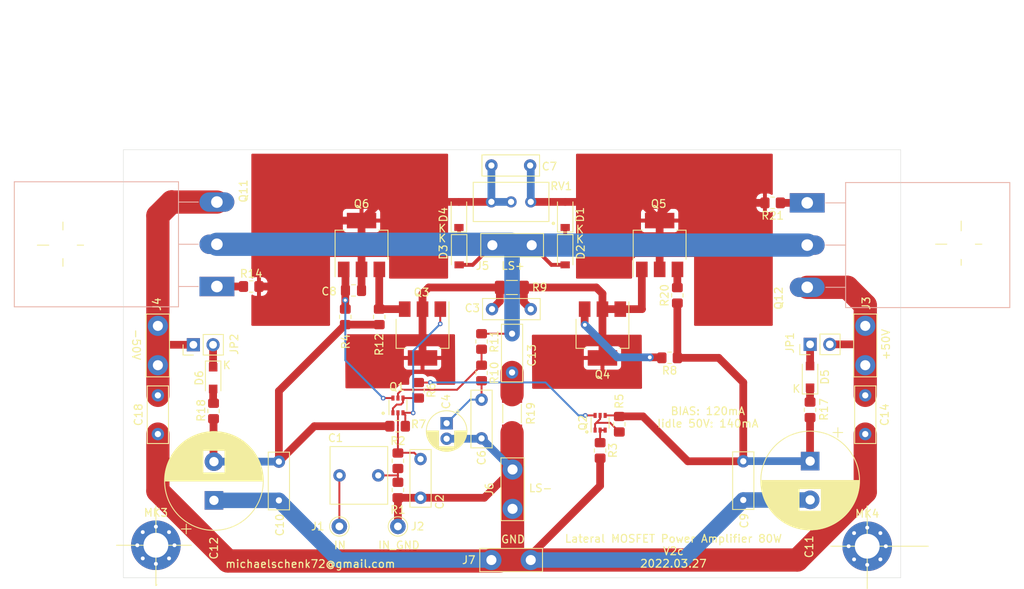
<source format=kicad_pcb>
(kicad_pcb (version 20211014) (generator pcbnew)
  (layers (0 "F.Cu" signal) (31 "B.Cu" signal) (34 "B.Paste" user) (35 "F.Paste" user) (36 "B.SilkS" user "B.Silkscreen") (37 "F.SilkS" user "F.Silkscreen") (38 "B.Mask" user) (39 "F.Mask" user) (44 "Edge.Cuts" user))
  (net 0 "")
  (net 1 "Net-(C1-Pad1)")
  (net 2 "GND")
  (net 3 "Net-(C2-Pad1)")
  (net 4 "Net-(C3-Pad1)")
  (net 5 "Net-(C3-Pad2)")
  (net 6 "Net-(C4-Pad1)")
  (net 7 "Net-(Q1-Pad5)")
  (net 8 "Net-(C13-Pad1)")
  (net 9 "Net-(C7-Pad2)")
  (net 10 "Net-(C7-Pad1)")
  (net 11 "Net-(C8-Pad1)")
  (net 12 "Net-(C11-Pad1)")
  (net 13 "Net-(C10-Pad2)")
  (net 14 "Net-(C13-Pad2)")
  (net 15 "Net-(C1-Pad2)")
  (net 16 "Net-(D1-Pad1)")
  (net 17 "Net-(D3-Pad1)")
  (net 18 "Net-(D5-Pad2)")
  (net 19 "Net-(D5-Pad1)")
  (net 20 "Net-(D6-Pad2)")
  (net 21 "Net-(D6-Pad1)")
  (net 22 "Net-(Q1-Pad3)")
  (net 23 "Net-(Q11-Pad1)")
  (net 24 "Net-(C14-Pad1)")
  (net 25 "Net-(C18-Pad2)")
  (net 26 "Net-(Q1-Pad1)")
  (net 27 "Net-(Q2-Pad6)")
  (net 28 "Net-(Q3-Pad3)")
  (net 29 "Net-(Q4-Pad3)")
  (net 30 "Net-(Q5-Pad3)")
  (net 31 "Net-(Q2-Pad2)")
  (net 32 "Net-(Q2-Pad1)")
  (net 33 "Net-(Q12-Pad1)")
  (footprint "Resistor_SMD:R_0805_2012Metric_Pad1.20x1.40mm_HandSolder" (layer "F.Cu") (at 180.721 63.373 90)
    (fp_text reference "R20" (at 0 -1.65 90) (layer "F.SilkS"))
    (fp_text value "100R")
    (pad "1" smd roundrect locked (at -1 0 90) (size 1.2 1.4) (layers "F.Cu" "F.Paste" "F.Mask") (roundrect_rratio 0.2083325) (net 12 "Net-(C11-Pad1)"))
    (pad "2" smd roundrect locked (at 1 0 90) (size 1.2 1.4) (layers "F.Cu" "F.Paste" "F.Mask") (roundrect_rratio 0.2083325) (net 30 "Net-(Q5-Pad3)"))
  )
  (footprint "Capacitor_THT:C_Rect_L7.2mm_W7.2mm_P5.00mm_FKS2_FKP2_MKS2_MKP2" (layer "F.Cu") (at 142.113 86.614 180)
    (fp_text reference "C1" (at 5.508 4.826) (layer "F.SilkS"))
    (fp_text value "3.3uF")
    (pad "1" thru_hole circle locked (at 0 0 180) (size 1.6 1.6) (drill 0.8) (layers *.Cu *.Mask) (net 1 "Net-(C1-Pad1)"))
    (pad "2" thru_hole circle locked (at 5 0 180) (size 1.6 1.6) (drill 0.8) (layers *.Cu *.Mask) (net 15 "Net-(C1-Pad2)"))
  )
  (footprint "Capacitor_THT:C_Rect_L7.2mm_W2.5mm_P5.00mm_FKS2_FKP2_MKS2_MKP2" (layer "F.Cu") (at 147.571 84.5005 -90)
    (fp_text reference "C2" (at 5.5245 -2.4765 90) (layer "F.SilkS"))
    (fp_text value "1n")
    (pad "1" thru_hole circle locked (at 0 0 270) (size 1.6 1.6) (drill 0.8) (layers *.Cu *.Mask) (net 3 "Net-(C2-Pad1)"))
    (pad "2" thru_hole circle locked (at 5 0 270) (size 1.6 1.6) (drill 0.8) (layers *.Cu *.Mask) (net 2 "GND"))
  )
  (footprint "Capacitor_THT:C_Rect_L7.2mm_W2.5mm_P5.00mm_FKS2_FKP2_MKS2_MKP2" (layer "F.Cu") (at 161.798 65.151 180)
    (fp_text reference "C3" (at 7.54 0.127) (layer "F.SilkS"))
    (fp_text value "10n")
    (pad "1" thru_hole circle locked (at 0 0 180) (size 1.6 1.6) (drill 0.8) (layers *.Cu *.Mask) (net 4 "Net-(C3-Pad1)"))
    (pad "2" thru_hole circle locked (at 5 0 180) (size 1.6 1.6) (drill 0.8) (layers *.Cu *.Mask) (net 5 "Net-(C3-Pad2)"))
  )
  (footprint "Capacitor_THT:CP_Radial_D5.0mm_P2.00mm" (layer "F.Cu") (at 150.9395 79.883 -90)
    (fp_text reference "C4" (at -2.794 0.0635 90) (layer "F.SilkS"))
    (fp_text value "47u/16V")
    (pad "1" thru_hole rect locked (at 0 0 270) (size 1.6 1.6) (drill 0.8) (layers *.Cu *.Mask) (net 6 "Net-(C4-Pad1)"))
    (pad "2" thru_hole circle locked (at 2 0 270) (size 1.6 1.6) (drill 0.8) (layers *.Cu *.Mask) (net 2 "GND"))
  )
  (footprint "Capacitor_THT:C_Rect_L7.2mm_W2.5mm_P5.00mm_FKS2_FKP2_MKS2_MKP2" (layer "F.Cu") (at 155.448 76.835 -90)
    (fp_text reference "C6" (at 7.493 0 90) (layer "F.SilkS"))
    (fp_text value "100n")
    (pad "1" thru_hole circle locked (at 0 0 270) (size 1.6 1.6) (drill 0.8) (layers *.Cu *.Mask) (net 6 "Net-(C4-Pad1)"))
    (pad "2" thru_hole circle locked (at 5 0 270) (size 1.6 1.6) (drill 0.8) (layers *.Cu *.Mask) (net 2 "GND"))
  )
  (footprint "Capacitor_SMD:C_0805_2012Metric_Pad1.18x1.45mm_HandSolder" (layer "F.Cu") (at 138.9165 62.738)
    (fp_text reference "C8" (at -3.1535 0.127) (layer "F.SilkS"))
    (fp_text value "18p")
    (pad "1" smd roundrect locked (at -1.0375 0) (size 1.175 1.45) (layers "F.Cu" "F.Paste" "F.Mask") (roundrect_rratio 0.2127659574) (net 11 "Net-(C8-Pad1)"))
    (pad "2" smd roundrect locked (at 1.0375 0) (size 1.175 1.45) (layers "F.Cu" "F.Paste" "F.Mask") (roundrect_rratio 0.2127659574) (net 10 "Net-(C7-Pad1)"))
  )
  (footprint "Capacitor_THT:C_Rect_L7.2mm_W2.5mm_P5.00mm_FKS2_FKP2_MKS2_MKP2" (layer "F.Cu") (at 189.23 84.789 -90)
    (fp_text reference "C9" (at 7.6835 -0.127 90) (layer "F.SilkS"))
    (fp_text value "100n")
    (pad "1" thru_hole circle locked (at 0 0 270) (size 1.6 1.6) (drill 0.8) (layers *.Cu *.Mask) (net 12 "Net-(C11-Pad1)"))
    (pad "2" thru_hole circle locked (at 5 0 270) (size 1.6 1.6) (drill 0.8) (layers *.Cu *.Mask) (net 2 "GND"))
  )
  (footprint "Capacitor_THT:CP_Radial_D12.5mm_P5.00mm" (layer "F.Cu") (at 197.866 84.7725 -90)
    (fp_text reference "C11" (at 11.049 0.127 90) (layer "F.SilkS"))
    (fp_text value "220u/100V")
    (pad "1" thru_hole rect locked (at 0 0 270) (size 2.4 2.4) (drill 1.2) (layers *.Cu *.Mask) (net 12 "Net-(C11-Pad1)"))
    (pad "2" thru_hole circle locked (at 5 0 270) (size 2.4 2.4) (drill 1.2) (layers *.Cu *.Mask) (net 2 "GND"))
  )
  (footprint "Capacitor_THT:C_Rect_L7.2mm_W2.5mm_P5.00mm_FKS2_FKP2_MKS2_MKP2" (layer "F.Cu") (at 159.385 68.326 -90)
    (fp_text reference "C13" (at 2.794 -2.54 90) (layer "F.SilkS"))
    (fp_text value "22n")
    (pad "1" thru_hole circle locked (at 0 0 270) (size 1.6 1.6) (drill 0.8) (layers *.Cu *.Mask) (net 8 "Net-(C13-Pad1)"))
    (pad "2" thru_hole circle locked (at 5 0 270) (size 1.6 1.6) (drill 0.8) (layers *.Cu *.Mask) (net 14 "Net-(C13-Pad2)"))
  )
  (footprint "Diode_SMD:D_SOD-123" (layer "F.Cu") (at 166.243 52.958 90)
    (fp_text reference "D1" (at 0 1.905 90) (layer "F.SilkS"))
    (fp_text value "1N914")
    (pad "1" smd rect locked (at -1.65 0 90) (size 0.9 1.2) (layers "F.Cu" "F.Paste" "F.Mask") (net 16 "Net-(D1-Pad1)"))
    (pad "2" smd rect locked (at 1.65 0 90) (size 0.9 1.2) (layers "F.Cu" "F.Paste" "F.Mask") (net 9 "Net-(C7-Pad2)"))
  )
  (footprint "Diode_SMD:D_SOD-123" (layer "F.Cu") (at 166.243 57.785 -90)
    (fp_text reference "D2" (at 0 -2 -270) (layer "F.SilkS"))
    (fp_text value "12V/0.5W")
    (pad "1" smd rect locked (at -1.65 0 270) (size 0.9 1.2) (layers "F.Cu" "F.Paste" "F.Mask") (net 16 "Net-(D1-Pad1)"))
    (pad "2" smd rect locked (at 1.65 0 270) (size 0.9 1.2) (layers "F.Cu" "F.Paste" "F.Mask") (net 8 "Net-(C13-Pad1)"))
  )
  (footprint "Diode_SMD:D_SOD-123" (layer "F.Cu") (at 152.5524 57.785 -90)
    (fp_text reference "D3" (at 0 2.032 90) (layer "F.SilkS"))
    (fp_text value "1N914")
    (pad "1" smd rect locked (at -1.65 0 270) (size 0.9 1.2) (layers "F.Cu" "F.Paste" "F.Mask") (net 17 "Net-(D3-Pad1)"))
    (pad "2" smd rect locked (at 1.65 0 270) (size 0.9 1.2) (layers "F.Cu" "F.Paste" "F.Mask") (net 8 "Net-(C13-Pad1)"))
  )
  (footprint "Diode_SMD:D_SOD-123" (layer "F.Cu") (at 152.527 52.958 90)
    (fp_text reference "D4" (at 0 -2 90) (layer "F.SilkS"))
    (fp_text value "12V/0.5W")
    (pad "1" smd rect locked (at -1.65 0 90) (size 0.9 1.2) (layers "F.Cu" "F.Paste" "F.Mask") (net 17 "Net-(D3-Pad1)"))
    (pad "2" smd rect locked (at 1.65 0 90) (size 0.9 1.2) (layers "F.Cu" "F.Paste" "F.Mask") (net 10 "Net-(C7-Pad1)"))
  )
  (footprint "Diode_SMD:D_SOD-123F" (layer "F.Cu") (at 197.85 73.9 90)
    (fp_text reference "D5" (at -0.014 1.921 90) (layer "F.SilkS"))
    (fp_text value "SM4002PL-TP")
    (pad "1" smd rect locked (at -1.4 0 90) (size 1.1 1.1) (layers "F.Cu" "F.Paste" "F.Mask") (net 19 "Net-(D5-Pad1)"))
    (pad "2" smd rect locked (at 1.4 0 90) (size 1.1 1.1) (layers "F.Cu" "F.Paste" "F.Mask") (net 18 "Net-(D5-Pad2)"))
  )
  (footprint "Connector_Pin:Pin_D1.0mm_L10.0mm" (layer "F.Cu") (at 137.0935 93.2)
    (fp_text reference "J1" (at -2.794 0) (layer "F.SilkS"))
    (fp_text value "Conn_01x01")
    (pad "1" thru_hole circle locked (at 0 0) (size 2 2) (drill 1) (layers *.Cu *.Mask) (net 15 "Net-(C1-Pad2)"))
  )
  (footprint "Connector_Pin:Pin_D1.0mm_L10.0mm" (layer "F.Cu") (at 144.65 93.2)
    (fp_text reference "J2" (at 2.543 0) (layer "F.SilkS"))
    (fp_text value "Conn_01x01")
    (pad "1" thru_hole circle locked (at 0 0) (size 2 2) (drill 1) (layers *.Cu *.Mask) (net 2 "GND"))
  )
  (footprint "TestPoint:TestPoint_Bridge_Pitch5.08mm_Drill1.3mm" (layer "F.Cu") (at 204.978 72.39 90)
    (fp_text reference "J3" (at 8.001 0.127 90) (layer "F.SilkS"))
    (fp_text value "+50V")
    (pad "1" thru_hole circle (at 0 0 90) (size 2.6 2.6) (drill 1.3) (layers *.Cu *.Mask) (net 24 "Net-(C14-Pad1)"))
    (pad "1" thru_hole circle (at 5.08 0 90) (size 2.6 2.6) (drill 1.3) (layers *.Cu *.Mask) (net 24 "Net-(C14-Pad1)"))
  )
  (footprint "TestPoint:TestPoint_Bridge_Pitch5.08mm_Drill1.3mm" (layer "F.Cu") (at 156.845 56.896)
    (fp_text reference "J5" (at -1.27 2.667) (layer "F.SilkS"))
    (fp_text value "LS+")
    (pad "1" thru_hole circle (at 0 0) (size 2.6 2.6) (drill 1.3) (layers *.Cu *.Mask) (net 8 "Net-(C13-Pad1)"))
    (pad "1" thru_hole circle (at 5.08 0) (size 2.6 2.6) (drill 1.3) (layers *.Cu *.Mask) (net 8 "Net-(C13-Pad1)"))
  )
  (footprint "TestPoint:TestPoint_Bridge_Pitch5.08mm_Drill1.3mm" (layer "F.Cu") (at 159.4485 85.852 -90)
    (fp_text reference "J6" (at 2.54 2.9845 90) (layer "F.SilkS"))
    (fp_text value "LS-")
    (pad "1" thru_hole circle (at 5.08 0 270) (size 2.6 2.6) (drill 1.3) (layers *.Cu *.Mask) (net 2 "GND"))
    (pad "1" thru_hole circle (at 0 0 270) (size 2.6 2.6) (drill 1.3) (layers *.Cu *.Mask) (net 2 "GND"))
  )
  (footprint "TestPoint:TestPoint_Bridge_Pitch5.08mm_Drill1.3mm" (layer "F.Cu") (at 156.718 97.536)
    (fp_text reference "J7" (at -2.921 0) (layer "F.SilkS"))
    (fp_text value "GND")
    (pad "1" thru_hole circle (at 0 0) (size 2.6 2.6) (drill 1.3) (layers *.Cu *.Mask) (net 2 "GND"))
    (pad "1" thru_hole circle (at 5.08 0) (size 2.6 2.6) (drill 1.3) (layers *.Cu *.Mask) (net 2 "GND"))
  )
  (footprint "Connector_PinHeader_2.54mm:PinHeader_1x02_P2.54mm_Vertical" (layer "F.Cu") (at 197.86 69.7 90)
    (fp_text reference "JP1" (at 0.1905 -2.6035 90) (layer "F.SilkS"))
    (fp_text value "Jump")
    (pad "1" thru_hole rect locked (at 0 0 90) (size 1.7 1.7) (drill 1) (layers *.Cu *.Mask) (net 18 "Net-(D5-Pad2)"))
    (pad "2" thru_hole oval locked (at 0 2.54 90) (size 1.7 1.7) (drill 1) (layers *.Cu *.Mask) (net 24 "Net-(C14-Pad1)"))
  )
  (footprint "MountingHole:MountingHole_3.2mm_M3_Pad_Via" (layer "F.Cu") (at 113.411 95.631)
    (fp_text reference "MK3" (at 0 -4.2) (layer "F.SilkS"))
    (fp_text value "Mounting_Hole_PAD")
    (pad "1" thru_hole circle locked (at 0 0) (size 6.4 6.4) (drill 3.2) (layers *.Cu *.Mask))
    (pad "1" thru_hole circle locked (at 0 -2.4) (size 0.8 0.8) (drill 0.5) (layers *.Cu *.Mask))
    (pad "1" thru_hole circle locked (at 0 2.4) (size 0.8 0.8) (drill 0.5) (layers *.Cu *.Mask))
    (pad "1" thru_hole circle locked (at -1.697056 -1.697056) (size 0.8 0.8) (drill 0.5) (layers *.Cu *.Mask))
    (pad "1" thru_hole circle locked (at -2.4 0) (size 0.8 0.8) (drill 0.5) (layers *.Cu *.Mask))
    (pad "1" thru_hole circle locked (at 1.697056 -1.697056) (size 0.8 0.8) (drill 0.5) (layers *.Cu *.Mask))
    (pad "1" thru_hole circle locked (at -1.697056 1.697056) (size 0.8 0.8) (drill 0.5) (layers *.Cu *.Mask))
    (pad "1" thru_hole circle locked (at 1.697056 1.697056) (size 0.8 0.8) (drill 0.5) (layers *.Cu *.Mask))
    (pad "1" thru_hole circle locked (at 2.4 0) (size 0.8 0.8) (drill 0.5) (layers *.Cu *.Mask))
  )
  (footprint "MountingHole:MountingHole_3.2mm_M3_Pad_Via" (layer "F.Cu") (at 205.232 95.758)
    (fp_text reference "MK4" (at 0 -4.2) (layer "F.SilkS"))
    (fp_text value "Mounting_Hole_PAD")
    (pad "1" thru_hole circle locked (at -1.697056 -1.697056) (size 0.8 0.8) (drill 0.5) (layers *.Cu *.Mask))
    (pad "1" thru_hole circle locked (at 1.697056 1.697056) (size 0.8 0.8) (drill 0.5) (layers *.Cu *.Mask))
    (pad "1" thru_hole circle locked (at 0 0) (size 6.4 6.4) (drill 3.2) (layers *.Cu *.Mask))
    (pad "1" thru_hole circle locked (at -2.4 0) (size 0.8 0.8) (drill 0.5) (layers *.Cu *.Mask))
    (pad "1" thru_hole circle locked (at 0 2.4) (size 0.8 0.8) (drill 0.5) (layers *.Cu *.Mask))
    (pad "1" thru_hole circle locked (at -1.697056 1.697056) (size 0.8 0.8) (drill 0.5) (layers *.Cu *.Mask))
    (pad "1" thru_hole circle locked (at 1.697056 -1.697056) (size 0.8 0.8) (drill 0.5) (layers *.Cu *.Mask))
    (pad "1" thru_hole circle locked (at 0 -2.4) (size 0.8 0.8) (drill 0.5) (layers *.Cu *.Mask))
    (pad "1" thru_hole circle locked (at 2.4 0) (size 0.8 0.8) (drill 0.5) (layers *.Cu *.Mask))
  )
  (footprint "Resistor_SMD:R_0805_2012Metric_Pad1.20x1.40mm_HandSolder" (layer "F.Cu") (at 144.65 88.503 -90)
    (fp_text reference "R1" (at 2.556 -0.003 180) (layer "F.SilkS"))
    (fp_text value "33k")
    (pad "1" smd roundrect locked (at -1 0 270) (size 1.2 1.4) (layers "F.Cu" "F.Paste" "F.Mask") (roundrect_rratio 0.2083325) (net 1 "Net-(C1-Pad1)"))
    (pad "2" smd roundrect locked (at 1 0 270) (size 1.2 1.4) (layers "F.Cu" "F.Paste" "F.Mask") (roundrect_rratio 0.2083325) (net 2 "GND"))
  )
  (footprint "Resistor_SMD:R_0805_2012Metric_Pad1.20x1.40mm_HandSolder" (layer "F.Cu") (at 144.65 84.725 -90)
    (fp_text reference "R2" (at -2.556 -0.003 180) (layer "F.SilkS"))
    (fp_text value "1k")
    (pad "1" smd roundrect locked (at -1 0 270) (size 1.2 1.4) (layers "F.Cu" "F.Paste" "F.Mask") (roundrect_rratio 0.2083325) (net 3 "Net-(C2-Pad1)"))
    (pad "2" smd roundrect locked (at 1 0 270) (size 1.2 1.4) (layers "F.Cu" "F.Paste" "F.Mask") (roundrect_rratio 0.2083325) (net 1 "Net-(C1-Pad1)"))
  )
  (footprint "Resistor_SMD:R_0805_2012Metric_Pad1.20x1.40mm_HandSolder" (layer "F.Cu") (at 170.7515 83.3915 -90)
    (fp_text reference "R3" (at 0 -1.65 90) (layer "F.SilkS"))
    (fp_text value "22k/0.25W")
    (pad "1" smd roundrect locked (at -1 0 270) (size 1.2 1.4) (layers "F.Cu" "F.Paste" "F.Mask") (roundrect_rratio 0.2083325) (net 31 "Net-(Q2-Pad2)"))
    (pad "2" smd roundrect locked (at 1 0 270) (size 1.2 1.4) (layers "F.Cu" "F.Paste" "F.Mask") (roundrect_rratio 0.2083325) (net 2 "GND"))
  )
  (footprint "Resistor_SMD:R_0805_2012Metric_Pad1.20x1.40mm_HandSolder" (layer "F.Cu") (at 173.228 80.01 -90)
    (fp_text reference "R5" (at -2.9685 0 -270) (layer "F.SilkS"))
    (fp_text value "680R")
    (pad "1" smd roundrect locked (at -1 0 270) (size 1.2 1.4) (layers "F.Cu" "F.Paste" "F.Mask") (roundrect_rratio 0.2083325) (net 12 "Net-(C11-Pad1)"))
    (pad "2" smd roundrect locked (at 1 0 270) (size 1.2 1.4) (layers "F.Cu" "F.Paste" "F.Mask") (roundrect_rratio 0.2083325) (net 32 "Net-(Q2-Pad1)"))
  )
  (footprint "Resistor_SMD:R_0805_2012Metric_Pad1.20x1.40mm_HandSolder" (layer "F.Cu") (at 147.32 75.6285 -90)
    (fp_text reference "R6" (at 0 -1.65 90) (layer "F.SilkS"))
    (fp_text value "22k")
    (pad "1" smd roundrect locked (at -1 0 270) (size 1.2 1.4) (layers "F.Cu" "F.Paste" "F.Mask") (roundrect_rratio 0.2083325) (net 27 "Net-(Q2-Pad6)"))
    (pad "2" smd roundrect locked (at 1 0 270) (size 1.2 1.4) (layers "F.Cu" "F.Paste" "F.Mask") (roundrect_rratio 0.2083325) (net 26 "Net-(Q1-Pad1)"))
  )
  (footprint "Resistor_SMD:R_1206_3216Metric_Pad1.30x1.75mm_HandSolder" (layer "F.Cu") (at 159.359 62.357 180)
    (fp_text reference "R9" (at -3.582 0) (layer "F.SilkS"))
    (fp_text value "12k/1W")
    (pad "1" smd roundrect locked (at -1.55 0 180) (size 1.3 1.75) (layers "F.Cu" "F.Paste" "F.Mask") (roundrect_rratio 0.1923076923) (net 4 "Net-(C3-Pad1)"))
    (pad "2" smd roundrect locked (at 1.55 0 180) (size 1.3 1.75) (layers "F.Cu" "F.Paste" "F.Mask") (roundrect_rratio 0.1923076923) (net 5 "Net-(C3-Pad2)"))
  )
  (footprint "Resistor_SMD:R_0805_2012Metric_Pad1.20x1.40mm_HandSolder" (layer "F.Cu") (at 155.448 73.39 -90)
    (fp_text reference "R10" (at 0 -1.65 90) (layer "F.SilkS"))
    (fp_text value "1k")
    (pad "1" smd roundrect locked (at -1 0 270) (size 1.2 1.4) (layers "F.Cu" "F.Paste" "F.Mask") (roundrect_rratio 0.2083325) (net 7 "Net-(Q1-Pad5)"))
    (pad "2" smd roundrect locked (at 1 0 270) (size 1.2 1.4) (layers "F.Cu" "F.Paste" "F.Mask") (roundrect_rratio 0.2083325) (net 6 "Net-(C4-Pad1)"))
  )
  (footprint "Resistor_SMD:R_0805_2012Metric_Pad1.20x1.40mm_HandSolder" (layer "F.Cu") (at 155.448 69.326 -90)
    (fp_text reference "R11" (at 0 -1.65 90) (layer "F.SilkS"))
    (fp_text value "33k")
    (pad "1" smd roundrect locked (at -1 0 270) (size 1.2 1.4) (layers "F.Cu" "F.Paste" "F.Mask") (roundrect_rratio 0.2083325) (net 8 "Net-(C13-Pad1)"))
    (pad "2" smd roundrect locked (at 1 0 270) (size 1.2 1.4) (layers "F.Cu" "F.Paste" "F.Mask") (roundrect_rratio 0.2083325) (net 7 "Net-(Q1-Pad5)"))
  )
  (footprint "Resistor_SMD:R_0805_2012Metric_Pad1.20x1.40mm_HandSolder" (layer "F.Cu") (at 142.24 66.151 -90)
    (fp_text reference "R12" (at 3.572 0 90) (layer "F.SilkS"))
    (fp_text value "100R")
    (pad "1" smd roundrect locked (at -1 0 270) (size 1.2 1.4) (layers "F.Cu" "F.Paste" "F.Mask") (roundrect_rratio 0.2083325) (net 28 "Net-(Q3-Pad3)"))
    (pad "2" smd roundrect locked (at 1 0 270) (size 1.2 1.4) (layers "F.Cu" "F.Paste" "F.Mask") (roundrect_rratio 0.2083325) (net 13 "Net-(C10-Pad2)"))
  )
  (footprint "Resistor_SMD:R_0805_2012Metric_Pad1.20x1.40mm_HandSolder" (layer "F.Cu") (at 125.714 62.23)
    (fp_text reference "R14" (at 0 -1.65 180) (layer "F.SilkS"))
    (fp_text value "220R")
    (pad "1" smd roundrect locked (at -1 0) (size 1.2 1.4) (layers "F.Cu" "F.Paste" "F.Mask") (roundrect_rratio 0.2083325) (net 23 "Net-(Q11-Pad1)"))
    (pad "2" smd roundrect locked (at 1 0) (size 1.2 1.4) (layers "F.Cu" "F.Paste" "F.Mask") (roundrect_rratio 0.2083325) (net 10 "Net-(C7-Pad1)"))
  )
  (footprint "Resistor_SMD:R_0805_2012Metric_Pad1.20x1.40mm_HandSolder" (layer "F.Cu") (at 197.85 78.15 90)
    (fp_text reference "R17" (at 0.045 1.794 90) (layer "F.SilkS"))
    (fp_text value "100R")
    (pad "1" smd roundrect locked (at -1 0 90) (size 1.2 1.4) (layers "F.Cu" "F.Paste" "F.Mask") (roundrect_rratio 0.2083325) (net 12 "Net-(C11-Pad1)"))
    (pad "2" smd roundrect locked (at 1 0 90) (size 1.2 1.4) (layers "F.Cu" "F.Paste" "F.Mask") (roundrect_rratio 0.2083325) (net 19 "Net-(D5-Pad1)"))
  )
  (footprint "Resistor_SMD:R_MELF_MMB-0207" (layer "F.Cu") (at 159.385 78.65 -90)
    (fp_text reference "R19" (at -0.037 -2.413 90) (layer "F.SilkS"))
    (fp_text value "6.8R/1W")
    (pad "1" smd rect locked (at -2.45 0 270) (size 2.1 2.6) (layers "F.Cu" "F.Paste" "F.Mask") (net 14 "Net-(C13-Pad2)"))
    (pad "2" smd rect locked (at 2.45 0 270) (size 2.1 2.6) (layers "F.Cu" "F.Paste" "F.Mask") (net 2 "GND"))
  )
  (footprint "Resistor_SMD:R_0805_2012Metric_Pad1.20x1.40mm_HandSolder" (layer "F.Cu") (at 193.024 51.435 180)
    (fp_text reference "R21" (at 0 -1.65 180) (layer "F.SilkS"))
    (fp_text value "220R")
    (pad "1" smd roundrect locked (at -1 0 180) (size 1.2 1.4) (layers "F.Cu" "F.Paste" "F.Mask") (roundrect_rratio 0.2083325) (net 33 "Net-(Q12-Pad1)"))
    (pad "2" smd roundrect locked (at 1 0 180) (size 1.2 1.4) (layers "F.Cu" "F.Paste" "F.Mask") (roundrect_rratio 0.2083325) (net 9 "Net-(C7-Pad2)"))
  )
  (footprint "Capacitor_THT:C_Rect_L7.2mm_W2.5mm_P5.00mm_FKS2_FKP2_MKS2_MKP2" (layer "F.Cu") (at 204.978 76.28 -90)
    (fp_text reference "C14" (at 2.5 -2.5 90) (layer "F.SilkS"))
    (fp_text value "100n")
    (pad "1" thru_hole circle locked (at 0 0 270) (size 1.6 1.6) (drill 0.8) (layers *.Cu *.Mask) (net 24 "Net-(C14-Pad1)"))
    (pad "2" thru_hole circle locked (at 5 0 270) (size 1.6 1.6) (drill 0.8) (layers *.Cu *.Mask) (net 2 "GND"))
  )
  (footprint "Resistor_SMD:R_0805_2012Metric_Pad1.20x1.40mm_HandSolder" (layer "F.Cu") (at 120.85 78.3 -90)
    (fp_text reference "R18" (at -0.068 1.597 -270) (layer "F.SilkS"))
    (fp_text value "100R")
    (pad "1" smd roundrect locked (at -1 0 270) (size 1.2 1.4) (layers "F.Cu" "F.Paste" "F.Mask") (roundrect_rratio 0.2083325) (net 20 "Net-(D6-Pad2)"))
    (pad "2" smd roundrect locked (at 1 0 270) (size 1.2 1.4) (layers "F.Cu" "F.Paste" "F.Mask") (roundrect_rratio 0.2083325) (net 13 "Net-(C10-Pad2)"))
  )
  (footprint "Capacitor_THT:C_Rect_L7.2mm_W2.5mm_P5.00mm_FKS2_FKP2_MKS2_MKP2" (layer "F.Cu") (at 129.286 89.836 90)
    (fp_text reference "C10" (at -3.175 0.127 90) (layer "F.SilkS"))
    (fp_text value "100n")
    (pad "1" thru_hole circle locked (at 0 0 90) (size 1.6 1.6) (drill 0.8) (layers *.Cu *.Mask) (net 2 "GND"))
    (pad "2" thru_hole circle locked (at 5 0 90) (size 1.6 1.6) (drill 0.8) (layers *.Cu *.Mask) (net 13 "Net-(C10-Pad2)"))
  )
  (footprint "Capacitor_THT:CP_Radial_D12.5mm_P5.00mm" (layer "F.Cu") (at 120.904 89.836 90)
    (fp_text reference "C12" (at -6.176 0 90) (layer "F.SilkS"))
    (fp_text value "220u/100V")
    (pad "1" thru_hole rect locked (at 0 0 90) (size 2.4 2.4) (drill 1.2) (layers *.Cu *.Mask) (net 2 "GND"))
    (pad "2" thru_hole circle locked (at 5 0 90) (size 2.4 2.4) (drill 1.2) (layers *.Cu *.Mask) (net 13 "Net-(C10-Pad2)"))
  )
  (footprint "Resistor_SMD:R_0805_2012Metric_Pad1.20x1.40mm_HandSolder" (layer "F.Cu") (at 144.6055 80.264 180)
    (fp_text reference "R7" (at -2.7145 0.254) (layer "F.SilkS"))
    (fp_text value "4k7")
    (pad "1" smd roundrect locked (at -1 0 180) (size 1.2 1.4) (layers "F.Cu" "F.Paste" "F.Mask") (roundrect_rratio 0.2083325) (net 22 "Net-(Q1-Pad3)"))
    (pad "2" smd roundrect locked (at 1 0 180) (size 1.2 1.4) (layers "F.Cu" "F.Paste" "F.Mask") (roundrect_rratio 0.2083325) (net 13 "Net-(C10-Pad2)"))
  )
  (footprint "Resistor_SMD:R_0805_2012Metric_Pad1.20x1.40mm_HandSolder" (layer "F.Cu") (at 137.8585 66.151 -90)
    (fp_text reference "R4" (at 3.191 -0.0635 90) (layer "F.SilkS"))
    (fp_text value "4k7")
    (pad "1" smd roundrect locked (at -1 0 270) (size 1.2 1.4) (layers "F.Cu" "F.Paste" "F.Mask") (roundrect_rratio 0.2083325) (net 11 "Net-(C8-Pad1)"))
    (pad "2" smd roundrect locked (at 1 0 270) (size 1.2 1.4) (layers "F.Cu" "F.Paste" "F.Mask") (roundrect_rratio 0.2083325) (net 13 "Net-(C10-Pad2)"))
  )
  (footprint "Package_TO_SOT_SMD:SOT-223-3_TabPin2" (layer "F.Cu") (at 147.828 68.301 -90)
    (fp_text reference "Q3" (at -5.309 0.127 180) (layer "F.SilkS"))
    (fp_text value "DZT5551")
    (pad "1" smd rect locked (at -3.15 -2.3 270) (size 2 1.5) (layers "F.Cu" "F.Paste" "F.Mask") (net 22 "Net-(Q1-Pad3)"))
    (pad "2" smd rect locked (at 3.15 0 270) (size 2 3.8) (layers "F.Cu" "F.Paste" "F.Mask") (net 5 "Net-(C3-Pad2)"))
    (pad "2" smd rect locked (at -3.15 0 270) (size 2 1.5) (layers "F.Cu" "F.Paste" "F.Mask") (net 5 "Net-(C3-Pad2)"))
    (pad "3" smd rect locked (at -3.15 2.3 270) (size 2 1.5) (layers "F.Cu" "F.Paste" "F.Mask") (net 28 "Net-(Q3-Pad3)"))
  )
  (footprint "Package_TO_SOT_SMD:SOT-223-3_TabPin2" (layer "F.Cu") (at 171.055 68.301 -90)
    (fp_text reference "Q4" (at 5.309 0) (layer "F.SilkS"))
    (fp_text value "DZT5401")
    (pad "1" smd rect locked (at -3.15 -2.3 270) (size 2 1.5) (layers "F.Cu" "F.Paste" "F.Mask") (net 4 "Net-(C3-Pad1)"))
    (pad "2" smd rect locked (at -3.15 0 270) (size 2 1.5) (layers "F.Cu" "F.Paste" "F.Mask") (net 4 "Net-(C3-Pad1)"))
    (pad "2" smd rect locked (at 3.15 0 270) (size 2 3.8) (layers "F.Cu" "F.Paste" "F.Mask") (net 4 "Net-(C3-Pad1)"))
    (pad "3" smd rect locked (at -3.15 2.3 270) (size 2 1.5) (layers "F.Cu" "F.Paste" "F.Mask") (net 29 "Net-(Q4-Pad3)"))
  )
  (footprint "Package_TO_SOT_SMD:SOT-223-3_TabPin2" (layer "F.Cu") (at 178.435 56.871 90)
    (fp_text reference "Q5" (at 5.309 -0.127 180) (layer "F.SilkS"))
    (fp_text value "DZT5401")
    (pad "1" smd rect locked (at -3.15 -2.3 90) (size 2 1.5) (layers "F.Cu" "F.Paste" "F.Mask") (net 4 "Net-(C3-Pad1)"))
    (pad "2" smd rect locked (at 3.15 0 90) (size 2 3.8) (layers "F.Cu" "F.Paste" "F.Mask") (net 9 "Net-(C7-Pad2)"))
    (pad "2" smd rect locked (at -3.15 0 90) (size 2 1.5) (layers "F.Cu" "F.Paste" "F.Mask") (net 9 "Net-(C7-Pad2)"))
    (pad "3" smd rect locked (at -3.15 2.3 90) (size 2 1.5) (layers "F.Cu" "F.Paste" "F.Mask") (net 30 "Net-(Q5-Pad3)"))
  )
  (footprint "Package_TO_SOT_SMD:SOT-223-3_TabPin2" (layer "F.Cu") (at 139.954 56.871 90)
    (fp_text reference "Q6" (at 5.309 0 180) (layer "F.SilkS"))
    (fp_text value "DZT5551")
    (pad "1" smd rect locked (at -3.15 -2.3 90) (size 2 1.5) (layers "F.Cu" "F.Paste" "F.Mask") (net 11 "Net-(C8-Pad1)"))
    (pad "2" smd rect locked (at 3.15 0 90) (size 2 3.8) (layers "F.Cu" "F.Paste" "F.Mask") (net 10 "Net-(C7-Pad1)"))
    (pad "2" smd rect locked (at -3.15 0 90) (size 2 1.5) (layers "F.Cu" "F.Paste" "F.Mask") (net 10 "Net-(C7-Pad1)"))
    (pad "3" smd rect locked (at -3.15 2.3 90) (size 2 1.5) (layers "F.Cu" "F.Paste" "F.Mask") (net 28 "Net-(Q3-Pad3)"))
  )
  (footprint "Package_TO_SOT_SMD:SOT-363_SC-70-6" (layer "F.Cu") (at 144.6555 77.582 90)
    (fp_text reference "Q1" (at 2.398 -0.1295 180) (layer "F.SilkS"))
    (fp_text value "BC856BS")
    (pad "1" smd rect locked (at -0.95 -0.65 90) (size 0.65 0.4) (layers "F.Cu" "F.Paste" "F.Mask") (net 26 "Net-(Q1-Pad1)"))
    (pad "2" smd rect locked (at -0.95 0 90) (size 0.65 0.4) (layers "F.Cu" "F.Paste" "F.Mask") (net 3 "Net-(C2-Pad1)"))
    (pad "3" smd rect locked (at -0.95 0.65 90) (size 0.65 0.4) (layers "F.Cu" "F.Paste" "F.Mask") (net 22 "Net-(Q1-Pad3)"))
    (pad "4" smd rect locked (at 0.95 0.65 90) (size 0.65 0.4) (layers "F.Cu" "F.Paste" "F.Mask") (net 26 "Net-(Q1-Pad1)"))
    (pad "5" smd rect locked (at 0.95 0 90) (size 0.65 0.4) (layers "F.Cu" "F.Paste" "F.Mask") (net 7 "Net-(Q1-Pad5)"))
    (pad "6" smd rect locked (at 0.95 -0.65 90) (size 0.65 0.4) (layers "F.Cu" "F.Paste" "F.Mask") (net 11 "Net-(C8-Pad1)"))
  )
  (footprint "Package_TO_SOT_SMD:SOT-363_SC-70-6" (layer "F.Cu") (at 170.7515 79.8195 90)
    (fp_text reference "Q2" (at 0 -2.2225 90) (layer "F.SilkS"))
    (fp_text value "BC856BS")
    (pad "1" smd rect locked (at -0.95 -0.65 90) (size 0.65 0.4) (layers "F.Cu" "F.Paste" "F.Mask") (net 32 "Net-(Q2-Pad1)"))
    (pad "2" smd rect locked (at -0.95 0 90) (size 0.65 0.4) (layers "F.Cu" "F.Paste" "F.Mask") (net 31 "Net-(Q2-Pad2)"))
    (pad "3" smd rect locked (at -0.95 0.65 90) (size 0.65 0.4) (layers "F.Cu" "F.Paste" "F.Mask") (net 31 "Net-(Q2-Pad2)"))
    (pad "4" smd rect locked (at 0.95 0.65 90) (size 0.65 0.4) (layers "F.Cu" "F.Paste" "F.Mask") (net 12 "Net-(C11-Pad1)"))
    (pad "5" smd rect locked (at 0.95 0 90) (size 0.65 0.4) (layers "F.Cu" "F.Paste" "F.Mask") (net 32 "Net-(Q2-Pad1)"))
    (pad "6" smd rect locked (at 0.95 -0.65 90) (size 0.65 0.4) (layers "F.Cu" "F.Paste" "F.Mask") (net 27 "Net-(Q2-Pad6)"))
  )
  (footprint "TestPoint:TestPoint_Bridge_Pitch5.08mm_Drill1.3mm" (layer "F.Cu") (at 113.665 72.39 90)
    (fp_text reference "J4" (at 7.874 -0.127 90) (layer "F.SilkS"))
    (fp_text value "-50V")
    (pad "1" thru_hole circle (at 0 0 90) (size 2.6 2.6) (drill 1.3) (layers *.Cu *.Mask) (net 25 "Net-(C18-Pad2)"))
    (pad "1" thru_hole circle (at 5.08 0 90) (size 2.6 2.6) (drill 1.3) (layers *.Cu *.Mask) (net 25 "Net-(C18-Pad2)"))
  )
  (footprint "Connector_PinHeader_2.54mm:PinHeader_1x02_P2.54mm_Vertical" (layer "F.Cu") (at 118.25 69.75 90)
    (fp_text reference "JP2" (at 0.0635 5.2705 90) (layer "F.SilkS"))
    (fp_text value "Jump")
    (pad "1" thru_hole rect locked (at 0 0 90) (size 1.7 1.7) (drill 1) (layers *.Cu *.Mask) (net 25 "Net-(C18-Pad2)"))
    (pad "2" thru_hole oval locked (at 0 2.54 90) (size 1.7 1.7) (drill 1) (layers *.Cu *.Mask) (net 21 "Net-(D6-Pad1)"))
  )
  (footprint "Capacitor_THT:C_Rect_L7.2mm_W2.5mm_P5.00mm_FKS2_FKP2_MKS2_MKP2" (layer "F.Cu") (at 113.665 81.28 90)
    (fp_text reference "C18" (at 2.5 -2.5 90) (layer "F.SilkS"))
    (fp_text value "100n")
    (pad "1" thru_hole circle locked (at 0 0 90) (size 1.6 1.6) (drill 0.8) (layers *.Cu *.Mask) (net 2 "GND"))
    (pad "2" thru_hole circle locked (at 5 0 90) (size 1.6 1.6) (drill 0.8) (layers *.Cu *.Mask) (net 25 "Net-(C18-Pad2)"))
  )
  (footprint "Diode_SMD:D_SOD-123F" (layer "F.Cu") (at 120.8 74.05 -90)
    (fp_text reference "D6" (at -0.009 1.801 90) (layer "F.SilkS"))
    (fp_text value "SM4002PL-TP")
    (pad "1" smd rect locked (at -1.4 0 270) (size 1.1 1.1) (layers "F.Cu" "F.Paste" "F.Mask") (net 21 "Net-(D6-Pad1)"))
    (pad "2" smd rect locked (at 1.4 0 270) (size 1.1 1.1) (layers "F.Cu" "F.Paste" "F.Mask") (net 20 "Net-(D6-Pad2)"))
  )
  (footprint "Capacitor_THT:C_Rect_L7.2mm_W2.5mm_P5.00mm_FKS2_FKP2_MKS2_MKP2" (layer "F.Cu") (at 156.718 46.609)
    (fp_text reference "C7" (at 7.493 0.127) (layer "F.SilkS"))
    (fp_text value "100n")
    (pad "1" thru_hole circle locked (at 0 0) (size 1.6 1.6) (drill 0.8) (layers *.Cu *.Mask) (net 10 "Net-(C7-Pad1)"))
    (pad "2" thru_hole circle locked (at 5 0) (size 1.6 1.6) (drill 0.8) (layers *.Cu *.Mask) (net 9 "Net-(C7-Pad2)"))
  )
  (footprint "Potentiometer_THT:Potentiometer_Bourns_3296W_Vertical" (layer "F.Cu") (at 161.798 51.308)
    (fp_text reference "RV1" (at 3.937 -2.032) (layer "F.SilkS"))
    (fp_text value "200R")
    (pad "1" thru_hole circle locked (at 0 0) (size 1.44 1.44) (drill 0.8) (layers *.Cu *.Mask) (net 9 "Net-(C7-Pad2)"))
    (pad "2" thru_hole circle locked (at -2.54 0) (size 1.44 1.44) (drill 0.8) (layers *.Cu *.Mask) (net 10 "Net-(C7-Pad1)"))
    (pad "3" thru_hole circle locked (at -5.08 0) (size 1.44 1.44) (drill 0.8) (layers *.Cu *.Mask) (net 10 "Net-(C7-Pad1)"))
  )
  (footprint "Resistor_SMD:R_0805_2012Metric_Pad1.20x1.40mm_HandSolder" (layer "F.Cu") (at 179.721 71.4375 180)
    (fp_text reference "R8" (at 0 -1.65) (layer "F.SilkS"))
    (fp_text value "100R")
    (pad "1" smd roundrect locked (at -1 0 180) (size 1.2 1.4) (layers "F.Cu" "F.Paste" "F.Mask") (roundrect_rratio 0.2083325) (net 12 "Net-(C11-Pad1)"))
    (pad "2" smd roundrect locked (at 1 0 180) (size 1.2 1.4) (layers "F.Cu" "F.Paste" "F.Mask") (roundrect_rratio 0.2083325) (net 29 "Net-(Q4-Pad3)"))
  )
  (footprint "Package_TO_SOT_THT:TO-247-3_Horizontal_TabUp" (layer "B.Cu") (at 121.285 62.23 90)
    (fp_text reference "Q11" (at 12.319 3.429 90) (layer "F.SilkS"))
    (fp_text value "ECX10P20")
    (pad "" np_thru_hole oval locked (at 5.45 -19.86 90) (size 3.6 3.6) (drill 3.6) (layers *.Cu *.Mask))
    (pad "1" thru_hole rect locked (at 0 0 90) (size 2.5 4.5) (drill 1.5) (layers *.Cu *.Mask) (net 23 "Net-(Q11-Pad1)"))
    (pad "2" thru_hole oval locked (at 5.45 0 90) (size 2.5 4.5) (drill 1.5) (layers *.Cu *.Mask) (net 8 "Net-(C13-Pad1)"))
    (pad "3" thru_hole oval locked (at 10.9 0 90) (size 2.5 4.5) (drill 1.5) (layers *.Cu *.Mask) (net 25 "Net-(C18-Pad2)"))
  )
  (footprint "Package_TO_SOT_THT:TO-247-3_Horizontal_TabUp" (layer "B.Cu") (at 197.485 51.435 -90)
    (fp_text reference "Q12" (at 12.297 3.683 -270) (layer "F.SilkS"))
    (fp_text value "ECX10N20")
    (pad "" np_thru_hole oval locked (at 5.45 -19.86 270) (size 3.6 3.6) (drill 3.6) (layers *.Cu *.Mask))
    (pad "1" thru_hole rect locked (at 0 0 270) (size 2.5 4.5) (drill 1.5) (layers *.Cu *.Mask) (net 33 "Net-(Q12-Pad1)"))
    (pad "2" thru_hole oval locked (at 5.45 0 270) (size 2.5 4.5) (drill 1.5) (layers *.Cu *.Mask) (net 8 "Net-(C13-Pad1)"))
    (pad "3" thru_hole oval locked (at 10.9 0 270) (size 2.5 4.5) (drill 1.5) (layers *.Cu *.Mask) (net 24 "Net-(C14-Pad1)"))
  )
  (gr_line (start 98.1075 56.896) (end 104.0765 56.896) (layer "F.SilkS") (width 0.12))
  (gr_line (start 101.4095 53.9115) (end 101.4095 59.6265) (layer "F.SilkS") (width 0.12))
  (gr_line (start 213.106 95.758) (end 200.533 95.758) (layer "F.SilkS") (width 0.12))
  (gr_line (start 117.983 95.631) (end 108.331 95.631) (layer "F.SilkS") (width 0.12))
  (gr_line (start 205.232 101.219) (end 205.232 90.551) (layer "F.SilkS") (width 0.12))
  (gr_line (start 217.3605 53.7845) (end 217.3605 59.4995) (layer "F.SilkS") (width 0.12))
  (gr_line (start 214.0585 56.769) (end 220.0275 56.769) (layer "F.SilkS") (width 0.12))
  (gr_line (start 113.411 90.551) (end 113.411 100.838) (layer "F.SilkS") (width 0.12))
  (gr_line (start 113.411 100.838) (end 113.538 100.711) (layer "F.SilkS") (width 0.12))
  (gr_line (start 109.22 99.822) (end 209.55 99.822) (layer "Edge.Cuts") (width 0.05))
  (gr_line (start 109.22 44.577) (end 109.22 99.822) (layer "Edge.Cuts") (width 0.05))
  (gr_line (start 209.55 44.577) (end 209.55 99.822) (layer "Edge.Cuts") (width 0.05))
  (gr_line (start 109.22 44.577) (end 209.55 44.577) (layer "Edge.Cuts") (width 0.05))
  (gr_text "GND" (at 159.512 94.869) (layer "F.SilkS") (effects (font (size 1 1))))
  (gr_text "-50V" (at 110.871 69.723 -90) (layer "F.SilkS") (effects (font (size 1 1))))
  (gr_text "°" (at 164.719 54.483) (layer "F.SilkS") (effects (font (size 1 1))))
  (gr_text "°" (at 169.037 81.407) (layer "F.SilkS") (effects (font (size 1 1))))
  (gr_text "°" (at 142.748 78.994) (layer "F.SilkS") (effects (font (size 1 1))))
  (gr_text "IN" (at 137.16 95.631) (layer "F.SilkS") (effects (font (size 1 1))))
  (gr_text "LS+" (at 159.512 59.563) (layer "F.SilkS") (effects (font (size 1 1))))
  (gr_text "K" (at 122.555 72.39) (layer "F.SilkS") (effects (font (size 1 1))))
  (gr_text "+50V" (at 207.645 69.723 90) (layer "F.SilkS") (effects (font (size 1 1))))
  (gr_text "IN_GND" (at 144.78 95.631) (layer "F.SilkS") (effects (font (size 1 1))))
  (gr_text "K" (at 168.148 56.134) (layer "F.SilkS") (effects (font (size 1 1))))
  (gr_text "michaelschenk72@gmail.com" (at 133.35 98.044) (layer "F.SilkS") (effects (font (size 1 1))))
  (gr_text "K" (at 196.088 75.438) (layer "F.SilkS") (effects (font (size 1 1))))
  (gr_text "BIAS: 120mA\nIidle 50V: 140mA" (at 184.658 79.121) (layer "F.SilkS") (effects (font (size 1 1))))
  (gr_text "K" (at 150.368 56.007) (layer "F.SilkS") (effects (font (size 1 1))))
  (gr_text "Lateral MOSFET Power Amplifier 80W\nV2c\n2022.03.27" (at 180.213 96.393) (layer "F.SilkS") (effects (font (size 1 1))))
  (gr_text "K" (at 168.148 54.864) (layer "F.SilkS") (effects (font (size 1 1))))
  (gr_text "K" (at 150.368 54.737) (layer "F.SilkS") (effects (font (size 1 1))))
  (gr_text "LS-" (at 163.068 88.265) (layer "F.SilkS") (effects (font (size 1 1))))
  (segment (start 144.647 86.614) (end 144.65 86.617) (width 0.25) (layer "F.Cu") (net 1))
  (segment (start 144.65 87.503) (end 144.65 86.617) (width 0.25) (layer "F.Cu") (net 1))
  (segment (start 144.65 86.617) (end 144.65 85.725) (width 0.25) (layer "F.Cu") (net 1))
  (segment (start 142.113 86.614) (end 144.647 86.614) (width 0.25) (layer "F.Cu") (net 1))
  (segment (start 159.4485 96.8375) (end 161.8615 96.8375) (width 1) (layer "F.Cu") (net 2))
  (segment (start 113.665 81.28) (end 113.665 88.632998) (width 3) (layer "F.Cu") (net 2))
  (segment (start 196.201998 97.536) (end 160.9725 97.536) (width 3) (layer "F.Cu") (net 2))
  (segment (start 144.65 93.2) (end 144.65 89.503) (width 1) (layer "F.Cu") (net 2))
  (segment (start 159.4485 85.852) (end 159.4485 90.932) (width 3) (layer "F.Cu") (net 2))
  (segment (start 161.8615 96.8375) (end 170.7515 87.9475) (width 1) (layer "F.Cu") (net 2))
  (segment (start 122.695002 97.663) (end 157.7975 97.663) (width 3) (layer "F.Cu") (net 2))
  (segment (start 158.75 97.536) (end 156.718 97.536) (width 3) (layer "F.Cu") (net 2))
  (segment (start 155.8 89.5005) (end 159.4485 85.852) (width 1) (layer "F.Cu") (net 2))
  (segment (start 170.7515 87.9475) (end 170.7515 84.3915) (width 1) (layer "F.Cu") (net 2))
  (segment (start 147.571 89.5005) (end 155.8 89.5005) (width 1) (layer "F.Cu") (net 2))
  (segment (start 159.385 81.1) (end 159.385 85.7885) (width 3) (layer "F.Cu") (net 2))
  (segment (start 204.978 88.759998) (end 196.201998 97.536) (width 3) (layer "F.Cu") (net 2))
  (segment (start 204.978 81.28) (end 204.978 88.759998) (width 3) (layer "F.Cu") (net 2))
  (segment (start 144.65 89.503) (end 147.5685 89.503) (width 1) (layer "F.Cu") (net 2))
  (segment (start 161.798 97.536) (end 158.75 97.536) (width 3) (layer "F.Cu") (net 2))
  (segment (start 159.4485 90.932) (end 159.4485 96.8375) (width 3) (layer "F.Cu") (net 2))
  (segment (start 113.665 88.632998) (end 122.695002 97.663) (width 3) (layer "F.Cu") (net 2))
  (segment (start 159.4485 96.8375) (end 158.75 97.536) (width 3) (layer "F.Cu") (net 2))
  (segment (start 189.23 89.789) (end 181.469 97.55) (width 2) (layer "B.Cu") (net 2))
  (segment (start 156.718 97.536) (end 136.986 97.536) (width 2) (layer "B.Cu") (net 2))
  (segment (start 181.455 97.536) (end 181.469 97.55) (width 2) (layer "B.Cu") (net 2))
  (segment (start 150.9395 81.883) (end 155.4 81.883) (width 1) (layer "B.Cu") (net 2))
  (segment (start 155.448 81.8515) (end 159.4485 85.852) (width 1) (layer "B.Cu") (net 2))
  (segment (start 189.23 89.789) (end 197.8495 89.789) (width 2) (layer "B.Cu") (net 2))
  (segment (start 129.286 89.836) (end 120.904 89.836) (width 2) (layer "B.Cu") (net 2))
  (segment (start 136.986 97.536) (end 129.286 89.836) (width 2) (layer "B.Cu") (net 2))
  (segment (start 161.798 97.536) (end 181.455 97.536) (width 2) (layer "B.Cu") (net 2))
  (segment (start 144.65 80.145) (end 144.6555 80.1395) (width 0.25) (layer "F.Cu") (net 3))
  (segment (start 146.7635 83.693) (end 144.682 83.693) (width 0.25) (layer "F.Cu") (net 3))
  (segment (start 144.65 83.725) (end 144.65 80.145) (width 0.25) (layer "F.Cu") (net 3))
  (segment (start 147.571 84.5005) (end 146.7635 83.693) (width 0.25) (layer "F.Cu") (net 3))
  (segment (start 144.6555 78.532) (end 144.6555 80.1395) (width 0.25) (layer "F.Cu") (net 3))
  (segment (start 160.909 62.357) (end 160.909 64.262) (width 1) (layer "F.Cu") (net 4))
  (segment (start 160.909 62.357) (end 170.261 62.357) (width 1) (layer "F.Cu") (net 4))
  (segment (start 176.149 65.151) (end 176.135 65.137) (width 1) (layer "F.Cu") (net 4))
  (segment (start 176.135 65.137) (end 176.135 60.021) (width 1) (layer "F.Cu") (net 4))
  (segment (start 160.909 64.262) (end 161.798 65.151) (width 1) (layer "F.Cu") (net 4))
  (segment (start 171.055 63.151) (end 171.055 65.151) (width 1) (layer "F.Cu") (net 4))
  (segment (start 171.055 71.451) (end 171.055 65.151) (width 1) (layer "F.Cu") (net 4))
  (segment (start 171.055 65.151) (end 173.355 65.151) (width 1) (layer "F.Cu") (net 4))
  (segment (start 173.355 65.151) (end 176.149 65.151) (width 1) (layer "F.Cu") (net 4))
  (segment (start 170.261 62.357) (end 171.055 63.151) (width 1) (layer "F.Cu") (net 4))
  (segment (start 157.809 62.357) (end 157.809 64.14) (width 1) (layer "F.Cu") (net 5))
  (segment (start 147.828 63.151) (end 147.828 65.151) (width 1) (layer "F.Cu") (net 5))
  (segment (start 157.809 62.357) (end 148.622 62.357) (width 1) (layer "F.Cu") (net 5))
  (segment (start 147.828 65.151) (end 147.828 71.451) (width 1) (layer "F.Cu") (net 5))
  (segment (start 148.622 62.357) (end 147.828 63.151) (width 1) (layer "F.Cu") (net 5))
  (segment (start 157.809 64.14) (end 156.798 65.151) (width 1) (layer "F.Cu") (net 5))
  (segment (start 155.448 76.835) (end 155.448 74.39) (width 0.25) (layer "F.Cu") (net 6))
  (segment (start 153.9875 76.835) (end 150.9395 79.883) (width 0.25) (layer "B.Cu") (net 6))
  (segment (start 155.448 76.835) (end 153.9875 76.835) (width 0.25) (layer "B.Cu") (net 6))
  (segment (start 155.448 72.39) (end 155.448 70.326) (width 0.25) (layer "F.Cu") (net 7))
  (segment (start 144.6555 76.632) (end 144.6555 76.057) (width 0.25) (layer "F.Cu") (net 7))
  (segment (start 152.28449 75.55351) (end 155.448 72.39) (width 0.25) (layer "F.Cu") (net 7))
  (segment (start 145.15899 75.55351) (end 152.28449 75.55351) (width 0.25) (layer "F.Cu") (net 7))
  (segment (start 144.6555 76.057) (end 145.15899 75.55351) (width 0.25) (layer "F.Cu") (net 7))
  (segment (start 166.243 59.435) (end 164.464 59.435) (width 0.5) (layer "F.Cu") (net 8))
  (segment (start 154.306 59.435) (end 156.845 56.896) (width 0.5) (layer "F.Cu") (net 8))
  (segment (start 152.5524 59.435) (end 154.306 59.435) (width 0.5) (layer "F.Cu") (net 8))
  (segment (start 164.464 59.435) (end 161.925 56.896) (width 0.5) (layer "F.Cu") (net 8))
  (segment (start 159.385 68.326) (end 155.448 68.326) (width 0.25) (layer "F.Cu") (net 8))
  (segment (start 159.396 56.885) (end 197.485 56.885) (width 3) (layer "B.Cu") (net 8))
  (segment (start 159.385 56.896) (end 159.385 68.326) (width 2) (layer "B.Cu") (net 8))
  (segment (start 159.269 56.78) (end 121.285 56.78) (width 3) (layer "B.Cu") (net 8))
  (segment (start 178.435 60.021) (end 178.435 53.721) (width 1) (layer "F.Cu") (net 9))
  (segment (start 178.435 52.959) (end 178.435 53.721) (width 1) (layer "F.Cu") (net 9))
  (segment (start 179.959 51.435) (end 178.435 52.959) (width 1) (layer "F.Cu") (net 9))
  (segment (start 166.243 51.308) (end 176.022 51.308) (width 1) (layer "F.Cu") (net 9))
  (segment (start 192.024 51.435) (end 179.959 51.435) (width 1) (layer "F.Cu") (net 9))
  (segment (start 166.243 51.308) (end 161.798 51.308) (width 1) (layer "F.Cu") (net 9))
  (segment (start 176.022 51.308) (end 178.435 53.721) (width 1) (layer "F.Cu") (net 9))
  (segment (start 161.798 51.308) (end 161.798 46.689) (width 1) (layer "B.Cu") (net 9))
  (segment (start 128.27 62.23) (end 126.714 62.23) (width 1) (layer "F.Cu") (net 10))
  (segment (start 139.954 60.021) (end 139.954 53.721) (width 1) (layer "F.Cu") (net 10))
  (segment (start 139.954 62.738) (end 139.954 60.021) (width 1) (layer "F.Cu") (net 10))
  (segment (start 156.718 51.308) (end 152.527 51.308) (width 1) (layer "F.Cu") (net 10))
  (segment (start 136.779 53.721) (end 128.27 62.23) (width 1) (layer "F.Cu") (net 10))
  (segment (start 152.527 51.308) (end 142.367 51.308) (width 1) (layer "F.Cu") (net 10))
  (segment (start 142.367 51.308) (end 139.954 53.721) (width 1) (layer "F.Cu") (net 10))
  (segment (start 139.954 53.721) (end 136.779 53.721) (width 1) (layer "F.Cu") (net 10))
  (segment (start 159.258 51.308) (end 156.718 51.308) (width 1) (layer "B.Cu") (net 10))
  (segment (start 156.718 51.308) (end 156.718 46.609) (width 1) (layer "B.Cu") (net 10))
  (segment (start 137.8585 64.008) (end 137.8585 62.7585) (width 1) (layer "F.Cu") (net 11))
  (segment (start 144.0055 76.632) (end 142.7605 76.632) (width 0.25) (layer "F.Cu") (net 11))
  (segment (start 137.8585 65.151) (end 137.8585 64.008) (width 1) (layer "F.Cu") (net 11))
  (segment (start 137.879 62.738) (end 137.879 60.246) (width 1) (layer "F.Cu") (net 11))
  (segment (start 142.7605 76.632) (end 142.748 76.6445) (width 0.25) (layer "F.Cu") (net 11))
  (via (at 137.8585 64.008) (size 0.8) (drill 0.4) (layers "F.Cu" "B.Cu") (net 11))
  (via (at 142.748 76.6445) (size 0.6) (drill 0.3) (layers "F.Cu" "B.Cu") (net 11))
  (segment (start 142.748 76.6445) (end 137.8585 71.755) (width 0.25) (layer "B.Cu") (net 11))
  (segment (start 137.8585 71.755) (end 137.8585 64.008) (width 0.25) (layer "B.Cu") (net 11))
  (segment (start 171.4015 78.8695) (end 173.0875 78.8695) (width 0.25) (layer "F.Cu") (net 12))
  (segment (start 197.85 79.15) (end 197.85 84.7565) (width 1) (layer "F.Cu") (net 12))
  (segment (start 189.23 74.6125) (end 186.055 71.4375) (width 1) (layer "F.Cu") (net 12))
  (segment (start 186.055 71.4375) (end 180.721 71.4375) (width 1) (layer "F.Cu") (net 12))
  (segment (start 182.071 84.789) (end 176.276 78.994) (width 1) (layer "F.Cu") (net 12))
  (segment (start 189.23 84.789) (end 189.23 74.6125) (width 1) (layer "F.Cu") (net 12))
  (segment (start 189.23 84.789) (end 182.071 84.789) (width 1) (layer "F.Cu") (net 12))
  (segment (start 176.276 78.994) (end 173.244 78.994) (width 1) (layer "F.Cu") (net 12))
  (segment (start 180.721 71.4375) (end 180.721 64.373) (width 1) (layer "F.Cu") (net 12))
  (segment (start 197.866 84.7725) (end 189.2465 84.7725) (width 1) (layer "B.Cu") (net 12))
  (segment (start 129.286 84.836) (end 129.286 75.7235) (width 1) (layer "F.Cu") (net 13))
  (segment (start 133.858 80.264) (end 129.286 84.836) (width 1) (layer "F.Cu") (net 13))
  (segment (start 137.8585 67.151) (end 142.24 67.151) (width 1) (layer "F.Cu") (net 13))
  (segment (start 129.286 75.7235) (end 137.8585 67.151) (width 1) (layer "F.Cu") (net 13))
  (segment (start 143.6055 80.264) (end 133.858 80.264) (width 1) (layer "F.Cu") (net 13))
  (segment (start 120.85 79.3) (end 120.85 84.782) (width 1) (layer "F.Cu") (net 13))
  (segment (start 129.286 84.836) (end 120.904 84.836) (width 1) (layer "B.Cu") (net 13))
  (segment (start 159.385 73.326) (end 159.385 76.2) (width 3) (layer "F.Cu") (net 14))
  (segment (start 137.0935 93.2) (end 137.0935 86.6335) (width 0.25) (layer "F.Cu") (net 15))
  (segment (start 166.243 56.135) (end 166.243 54.608) (width 0.5) (layer "F.Cu") (net 16))
  (segment (start 152.5524 56.135) (end 152.5524 54.6334) (width 0.5) (layer "F.Cu") (net 17))
  (segment (start 197.86 69.7) (end 197.86 72.49) (width 1) (layer "F.Cu") (net 18))
  (segment (start 197.85 75.3) (end 197.85 77.15) (width 1) (layer "F.Cu") (net 19))
  (segment (start 120.8 75.45) (end 120.8 77.25) (width 1) (layer "F.Cu") (net 20))
  (segment (start 120.79 69.75) (end 120.79 72.64) (width 1) (layer "F.Cu") (net 21))
  (segment (start 145.3055 78.532) (end 146.604 78.532) (width 0.25) (layer "F.Cu") (net 22))
  (segment (start 145.6055 80.264) (end 145.6055 78.832) (width 0.25) (layer "F.Cu") (net 22))
  (segment (start 145.6055 78.832) (end 145.3055 78.532) (width 0.25) (layer "F.Cu") (net 22))
  (segment (start 146.604 78.532) (end 146.6215 78.5495) (width 0.25) (layer "F.Cu") (net 22))
  (segment (start 150.114 67.056) (end 150.114 65.165) (width 0.25) (layer "F.Cu") (net 22))
  (via (at 146.6215 78.5495) (size 0.6) (drill 0.3) (layers "F.Cu" "B.Cu") (net 22))
  (via (at 150.114 67.056) (size 0.6) (drill 0.3) (layers "F.Cu" "B.Cu") (net 22))
  (segment (start 146.6215 78.5495) (end 146.6215 70.5485) (width 0.25) (layer "B.Cu") (net 22))
  (segment (start 146.6215 70.5485) (end 150.114 67.056) (width 0.25) (layer "B.Cu") (net 22))
  (segment (start 121.285 62.23) (end 124.714 62.23) (width 1) (layer "F.Cu") (net 23))
  (segment (start 204.978 69.85) (end 204.978 67.31) (width 3) (layer "F.Cu") (net 24))
  (segment (start 200.4 69.7) (end 204.828 69.7) (width 1) (layer "F.Cu") (net 24))
  (segment (start 204.978 67.31) (end 204.978 64.643) (width 3) (layer "F.Cu") (net 24))
  (segment (start 204.978 64.643) (end 202.67 62.335) (width 3) (layer "F.Cu") (net 24))
  (segment (start 204.978 72.39) (end 204.978 69.85) (width 3) (layer "F.Cu") (net 24))
  (segment (start 204.978 76.28) (end 204.978 72.39) (width 3) (layer "F.Cu") (net 24))
  (segment (start 202.67 62.335) (end 197.485 62.335) (width 3) (layer "F.Cu") (net 24))
  (segment (start 204.828 69.7) (end 204.978 69.85) (width 1) (layer "F.Cu") (net 24))
  (segment (start 113.892 69.75) (end 113.665 69.977) (width 1) (layer "F.Cu") (net 25))
  (segment (start 113.665 76.28) (end 113.665 72.39) (width 3) (layer "F.Cu") (net 25))
  (segment (start 113.665 53.086) (end 115.443 51.308) (width 3) (layer "F.Cu") (net 25))
  (segment (start 118.25 69.75) (end 113.892 69.75) (width 1) (layer "F.Cu") (net 25))
  (segment (start 115.465 51.33) (end 121.285 51.33) (width 3) (layer "F.Cu") (net 25))
  (segment (start 115.443 51.308) (end 115.465 51.33) (width 3) (layer "F.Cu") (net 25))
  (segment (start 113.665 67.31) (end 113.665 53.086) (width 3) (layer "F.Cu") (net 25))
  (segment (start 113.665 72.39) (end 113.665 69.977) (width 3) (layer "F.Cu") (net 25))
  (segment (start 113.665 69.977) (end 113.665 67.31) (width 3) (layer "F.Cu") (net 25))
  (segment (start 145.3055 77.207) (end 145.0425 77.47) (width 0.25) (layer "F.Cu") (net 26))
  (segment (start 145.3055 76.632) (end 145.3055 77.207) (width 0.25) (layer "F.Cu") (net 26))
  (segment (start 145.3055 76.632) (end 147.3165 76.632) (width 0.25) (layer "F.Cu") (net 26))
  (segment (start 144.0055 77.957) (end 144.0055 78.532) (width 0.25) (layer "F.Cu") (net 26))
  (segment (start 144.4925 77.47) (end 144.0055 77.957) (width 0.25) (layer "F.Cu") (net 26))
  (segment (start 145.0425 77.47) (end 144.4925 77.47) (width 0.25) (layer "F.Cu") (net 26))
  (segment (start 147.32 74.6285) (end 148.828 74.6285) (width 0.25) (layer "F.Cu") (net 27))
  (segment (start 170.1015 78.8695) (end 168.849 78.8695) (width 0.25) (layer "F.Cu") (net 27))
  (segment (start 148.828 74.6285) (end 148.844 74.6125) (width 0.25) (layer "F.Cu") (net 27))
  (segment (start 168.849 78.8695) (end 168.8465 78.867) (width 0.25) (layer "F.Cu") (net 27))
  (via (at 168.8465 78.867) (size 0.6) (drill 0.3) (layers "F.Cu" "B.Cu") (net 27))
  (via (at 148.844 74.6125) (size 0.6) (drill 0.3) (layers "F.Cu" "B.Cu") (net 27))
  (segment (start 167.9575 78.867) (end 168.8465 78.867) (width 0.25) (layer "B.Cu") (net 27))
  (segment (start 163.703 74.6125) (end 167.9575 78.867) (width 0.25) (layer "B.Cu") (net 27))
  (segment (start 148.844 74.6125) (end 163.703 74.6125) (width 0.25) (layer "B.Cu") (net 27))
  (segment (start 145.528 65.151) (end 142.24 65.151) (width 1) (layer "F.Cu") (net 28))
  (segment (start 142.24 65.151) (end 142.24 60.035) (width 1) (layer "F.Cu") (net 28))
  (segment (start 177.165 71.374) (end 178.6575 71.374) (width 1) (layer "F.Cu") (net 29))
  (segment (start 168.755 67.155) (end 168.783 67.183) (width 1) (layer "F.Cu") (net 29))
  (segment (start 168.755 65.151) (end 168.755 67.155) (width 1) (layer "F.Cu") (net 29))
  (via (at 168.783 67.183) (size 1) (drill 0.5) (layers "F.Cu" "B.Cu") (net 29))
  (via (at 177.165 71.374) (size 1) (drill 0.5) (layers "F.Cu" "B.Cu") (net 29))
  (segment (start 168.783 67.183) (end 172.974 71.374) (width 1) (layer "B.Cu") (net 29))
  (segment (start 172.974 71.374) (end 177.165 71.374) (width 1) (layer "B.Cu") (net 29))
  (segment (start 180.721 62.373) (end 180.721 60.035) (width 1) (layer "F.Cu") (net 30))
  (segment (start 170.7515 82.3915) (end 170.7515 80.7695) (width 0.25) (layer "F.Cu") (net 31))
  (segment (start 170.7515 80.7695) (end 171.4015 80.7695) (width 0.25) (layer "F.Cu") (net 31))
  (segment (start 173.228 81.01) (end 172.046501 79.828501) (width 0.25) (layer "F.Cu") (net 32))
  (segment (start 170.7515 79.329502) (end 170.7515 78.8695) (width 0.25) (layer "F.Cu") (net 32))
  (segment (start 172.046501 79.828501) (end 170.252501 79.828501) (width 0.25) (layer "F.Cu") (net 32))
  (segment (start 170.1015 80.7695) (end 170.1015 79.979502) (width 0.25) (layer "F.Cu") (net 32))
  (segment (start 170.1015 79.979502) (end 170.252501 79.828501) (width 0.25) (layer "F.Cu") (net 32))
  (segment (start 170.252501 79.828501) (end 170.7515 79.329502) (width 0.25) (layer "F.Cu") (net 32))
  (segment (start 197.485 51.435) (end 194.024 51.435) (width 1) (layer "F.Cu") (net 33))
  (zone (net 5) (net_name "Net-(C3-Pad2)") (layer "F.Cu") (connect_pads (clearance 0.508)) (min_thickness 0.254) (fill yes (thermal_gap 0.508) (thermal_bridge_width 0.508))
    (polygon (pts (xy 152.057961 75.3745) (xy 137.877981 75.3745) (xy 137.83902 68.3895) (xy 152.019 68.3895)))
  )
  (zone (net 9) (net_name "Net-(C7-Pad2)") (layer "F.Cu") (connect_pads (clearance 0.508)) (min_thickness 0.254) (fill yes (thermal_gap 0.508) (thermal_bridge_width 0.508))
    (polygon (pts (xy 167.64 61.214) (xy 175.26 61.214) (xy 175.26 58.42) (xy 182.88 58.42) (xy 182.88 67.31) (xy 193.04 67.31) (xy 193.04 44.704) (xy 167.64 44.704)))
  )
  (zone (net 4) (net_name "Net-(C3-Pad1)") (layer "F.Cu") (connect_pads (clearance 0.508)) (min_thickness 0.254) (fill yes (thermal_gap 0.508) (thermal_bridge_width 0.508))
    (polygon (pts (xy 176.162459 75.438) (xy 161.982479 75.438) (xy 161.943518 68.453) (xy 176.123498 68.453)))
  )
  (zone (net 10) (net_name "Net-(C7-Pad1)") (layer "F.Cu") (connect_pads (clearance 0.508)) (min_thickness 0.254) (fill yes (thermal_gap 0.508) (thermal_bridge_width 0.508))
    (polygon (pts (xy 151.13 61.214) (xy 143.51 61.214) (xy 143.51 58.42) (xy 135.89 58.42) (xy 135.89 67.31) (xy 125.73 67.31) (xy 125.73 44.704) (xy 151.13 44.704)))
  )
)
</source>
